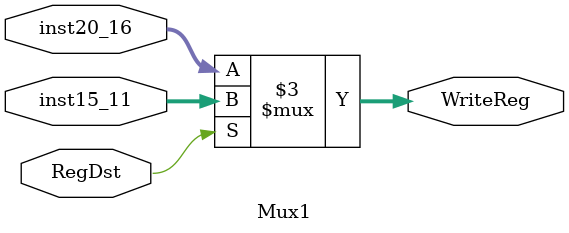
<source format=v>
module Mux1(inst20_16, inst15_11, RegDst, WriteReg);

	input [4:0] inst20_16;
	input [4:0] inst15_11;
	input RegDst;
	
	output reg [4:0] WriteReg;

	always @(*) begin
        if (RegDst)
            WriteReg = inst15_11;
        else
            WriteReg = inst20_16;
    end
endmodule


</source>
